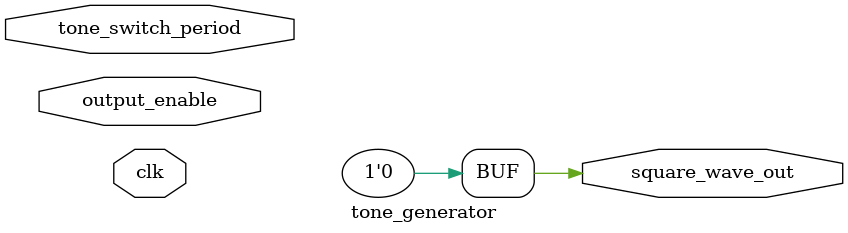
<source format=v>
module tone_generator (
    input output_enable,
    input [23:0] tone_switch_period,
    input clk,
    output square_wave_out
);
    assign square_wave_out = 1'b0;
endmodule

</source>
